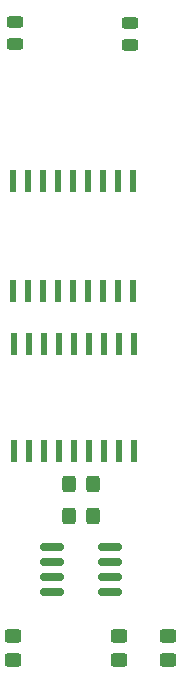
<source format=gtp>
G04 #@! TF.GenerationSoftware,KiCad,Pcbnew,(6.0.4-0)*
G04 #@! TF.CreationDate,2022-08-24T21:25:05+02:00*
G04 #@! TF.ProjectId,Mezmerize_B1_Controller,4d657a6d-6572-4697-9a65-5f42315f436f,rev?*
G04 #@! TF.SameCoordinates,Original*
G04 #@! TF.FileFunction,Paste,Top*
G04 #@! TF.FilePolarity,Positive*
%FSLAX46Y46*%
G04 Gerber Fmt 4.6, Leading zero omitted, Abs format (unit mm)*
G04 Created by KiCad (PCBNEW (6.0.4-0)) date 2022-08-24 21:25:05*
%MOMM*%
%LPD*%
G01*
G04 APERTURE LIST*
G04 Aperture macros list*
%AMRoundRect*
0 Rectangle with rounded corners*
0 $1 Rounding radius*
0 $2 $3 $4 $5 $6 $7 $8 $9 X,Y pos of 4 corners*
0 Add a 4 corners polygon primitive as box body*
4,1,4,$2,$3,$4,$5,$6,$7,$8,$9,$2,$3,0*
0 Add four circle primitives for the rounded corners*
1,1,$1+$1,$2,$3*
1,1,$1+$1,$4,$5*
1,1,$1+$1,$6,$7*
1,1,$1+$1,$8,$9*
0 Add four rect primitives between the rounded corners*
20,1,$1+$1,$2,$3,$4,$5,0*
20,1,$1+$1,$4,$5,$6,$7,0*
20,1,$1+$1,$6,$7,$8,$9,0*
20,1,$1+$1,$8,$9,$2,$3,0*%
G04 Aperture macros list end*
%ADD10RoundRect,0.250000X0.325000X0.450000X-0.325000X0.450000X-0.325000X-0.450000X0.325000X-0.450000X0*%
%ADD11RoundRect,0.250000X-0.325000X-0.450000X0.325000X-0.450000X0.325000X0.450000X-0.325000X0.450000X0*%
%ADD12RoundRect,0.250000X-0.450000X0.325000X-0.450000X-0.325000X0.450000X-0.325000X0.450000X0.325000X0*%
%ADD13RoundRect,0.250000X0.450000X-0.325000X0.450000X0.325000X-0.450000X0.325000X-0.450000X-0.325000X0*%
%ADD14R,0.558800X1.981200*%
%ADD15RoundRect,0.150000X0.825000X0.150000X-0.825000X0.150000X-0.825000X-0.150000X0.825000X-0.150000X0*%
%ADD16RoundRect,0.243750X-0.456250X0.243750X-0.456250X-0.243750X0.456250X-0.243750X0.456250X0.243750X0*%
%ADD17RoundRect,0.243750X0.456250X-0.243750X0.456250X0.243750X-0.456250X0.243750X-0.456250X-0.243750X0*%
G04 APERTURE END LIST*
D10*
X151625000Y-112165000D03*
X149575000Y-112165000D03*
D11*
X149575000Y-114800000D03*
X151625000Y-114800000D03*
D12*
X144800000Y-124975000D03*
X144800000Y-127025000D03*
D13*
X153800000Y-127025000D03*
X153800000Y-124975000D03*
D12*
X158000000Y-124975000D03*
X158000000Y-127025000D03*
D14*
X144850000Y-95826300D03*
X146120000Y-95826300D03*
X147390000Y-95826300D03*
X148660000Y-95826300D03*
X149930000Y-95826300D03*
X151200000Y-95826300D03*
X152470000Y-95826300D03*
X153740000Y-95826300D03*
X155010000Y-95826300D03*
X155010000Y-86453700D03*
X153740000Y-86453700D03*
X152470000Y-86453700D03*
X151200000Y-86453700D03*
X149930000Y-86453700D03*
X148660000Y-86453700D03*
X147390000Y-86453700D03*
X146120000Y-86453700D03*
X144850000Y-86453700D03*
D15*
X153075000Y-121305000D03*
X153075000Y-120035000D03*
X153075000Y-118765000D03*
X153075000Y-117495000D03*
X148125000Y-117495000D03*
X148125000Y-118765000D03*
X148125000Y-120035000D03*
X148125000Y-121305000D03*
D14*
X144950000Y-109301200D03*
X146220000Y-109301200D03*
X147490000Y-109301200D03*
X148760000Y-109301200D03*
X150030000Y-109301200D03*
X151300000Y-109301200D03*
X152570000Y-109301200D03*
X153840000Y-109301200D03*
X155110000Y-109301200D03*
X155110000Y-100258800D03*
X153840000Y-100258800D03*
X152570000Y-100258800D03*
X151300000Y-100258800D03*
X150030000Y-100258800D03*
X148760000Y-100258800D03*
X147490000Y-100258800D03*
X146220000Y-100258800D03*
X144950000Y-100258800D03*
D16*
X145000000Y-73000000D03*
X145000000Y-74875000D03*
D17*
X154770000Y-74937500D03*
X154770000Y-73062500D03*
M02*

</source>
